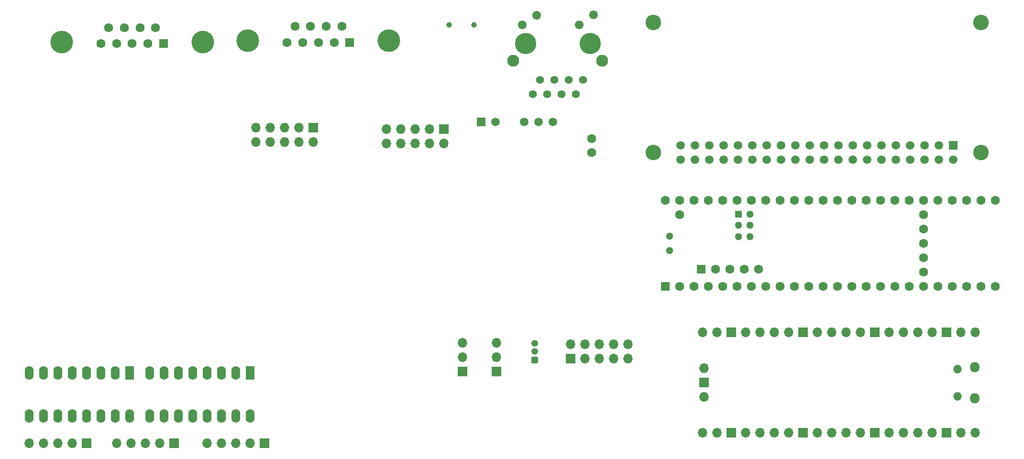
<source format=gbr>
%TF.GenerationSoftware,KiCad,Pcbnew,(5.1.8-0-10_14)*%
%TF.CreationDate,2021-09-27T01:00:10-07:00*%
%TF.ProjectId,baku,62616b75-2e6b-4696-9361-645f70636258,rev?*%
%TF.SameCoordinates,Original*%
%TF.FileFunction,Soldermask,Bot*%
%TF.FilePolarity,Negative*%
%FSLAX46Y46*%
G04 Gerber Fmt 4.6, Leading zero omitted, Abs format (unit mm)*
G04 Created by KiCad (PCBNEW (5.1.8-0-10_14)) date 2021-09-27 01:00:10*
%MOMM*%
%LPD*%
G01*
G04 APERTURE LIST*
%ADD10C,2.750000*%
%ADD11C,1.508000*%
%ADD12R,1.508000X1.508000*%
%ADD13O,1.700000X1.700000*%
%ADD14R,1.700000X1.700000*%
%ADD15C,1.300000*%
%ADD16C,1.600000*%
%ADD17R,1.300000X1.300000*%
%ADD18R,1.600000X1.600000*%
%ADD19C,4.000000*%
%ADD20O,1.600000X2.400000*%
%ADD21R,1.600000X2.400000*%
%ADD22C,2.108200*%
%ADD23C,3.759200*%
%ADD24C,1.549400*%
%ADD25C,1.397000*%
%ADD26O,1.200000X1.200000*%
%ADD27C,1.000000*%
%ADD28O,1.500000X1.500000*%
%ADD29O,1.800000X1.800000*%
%ADD30C,1.500000*%
%ADD31R,1.500000X1.500000*%
G04 APERTURE END LIST*
D10*
%TO.C,A2*%
X175250000Y-90750000D03*
X175250000Y-67750000D03*
X233250000Y-90750000D03*
X233250000Y-67750000D03*
D11*
X180120000Y-92020000D03*
X180120000Y-89480000D03*
X182660000Y-92020000D03*
X182660000Y-89480000D03*
X185200000Y-92020000D03*
X185200000Y-89480000D03*
X187740000Y-92020000D03*
X187740000Y-89480000D03*
X190280000Y-92020000D03*
X190280000Y-89480000D03*
X192820000Y-92020000D03*
X192820000Y-89480000D03*
X195360000Y-92020000D03*
X195360000Y-89480000D03*
X197900000Y-92020000D03*
X197900000Y-89480000D03*
X200440000Y-92020000D03*
X200440000Y-89480000D03*
X202980000Y-92020000D03*
X202980000Y-89480000D03*
X205520000Y-92020000D03*
X205520000Y-89480000D03*
X208060000Y-92020000D03*
X208060000Y-89480000D03*
X210600000Y-92020000D03*
X210600000Y-89480000D03*
X213140000Y-92020000D03*
X213140000Y-89480000D03*
X215680000Y-92020000D03*
X215680000Y-89480000D03*
X218220000Y-92020000D03*
X218220000Y-89480000D03*
X220760000Y-92020000D03*
X220760000Y-89480000D03*
X223300000Y-92020000D03*
X223300000Y-89480000D03*
X225840000Y-92020000D03*
X225840000Y-89480000D03*
X228380000Y-92020000D03*
D12*
X228380000Y-89480000D03*
%TD*%
D13*
%TO.C,J4*%
X141500000Y-124420000D03*
X141500000Y-126960000D03*
D14*
X141500000Y-129500000D03*
%TD*%
D13*
%TO.C,J3*%
X147500000Y-124420000D03*
X147500000Y-126960000D03*
D14*
X147500000Y-129500000D03*
%TD*%
D15*
%TO.C,U5*%
X178123600Y-105562400D03*
X178123600Y-108102400D03*
D16*
X223113600Y-101752400D03*
X223113600Y-104292400D03*
X223113600Y-106832400D03*
X223113600Y-109372400D03*
X223113600Y-111912400D03*
D15*
X190363600Y-105650800D03*
X192363600Y-105650800D03*
X192363600Y-103650800D03*
X190363600Y-103650800D03*
X192363600Y-101650800D03*
D17*
X190363600Y-101650800D03*
D16*
X218033600Y-114452400D03*
X220573600Y-114452400D03*
X223113600Y-114452400D03*
X225653600Y-114452400D03*
X215493600Y-114452400D03*
X212953600Y-114452400D03*
X210413600Y-114452400D03*
X228193600Y-114452400D03*
X230733600Y-114452400D03*
X233273600Y-114452400D03*
X235813600Y-114452400D03*
X235813600Y-99212400D03*
X233273600Y-99212400D03*
X230733600Y-99212400D03*
X228193600Y-99212400D03*
X225653600Y-99212400D03*
X223113600Y-99212400D03*
X220573600Y-99212400D03*
X218033600Y-99212400D03*
X215493600Y-99212400D03*
X212953600Y-99212400D03*
X207873600Y-114452400D03*
X205333600Y-114452400D03*
X202793600Y-114452400D03*
X200253600Y-114452400D03*
X197713600Y-114452400D03*
X195173600Y-114452400D03*
X192633600Y-114452400D03*
X190093600Y-114452400D03*
X187553600Y-114452400D03*
X185013600Y-114452400D03*
X182473600Y-114452400D03*
X179933600Y-114452400D03*
D18*
X177393600Y-114452400D03*
D16*
X210413600Y-99212400D03*
X207873600Y-99212400D03*
X205333600Y-99212400D03*
X202793600Y-99212400D03*
X200253600Y-99212400D03*
X197713600Y-99212400D03*
X195173600Y-99212400D03*
X192633600Y-99212400D03*
X190093600Y-99212400D03*
X187553600Y-99212400D03*
X185013600Y-99212400D03*
X182473600Y-99212400D03*
X179933600Y-99212400D03*
X177393600Y-99212400D03*
D18*
X183692800Y-111401600D03*
D16*
X186232800Y-111401600D03*
X188772800Y-111401600D03*
X191312800Y-111401600D03*
X193852800Y-111401600D03*
X179933600Y-101752400D03*
%TD*%
D13*
%TO.C,J2*%
X170750000Y-124710000D03*
X170750000Y-127250000D03*
X168210000Y-124710000D03*
X168210000Y-127250000D03*
X165670000Y-124710000D03*
X165670000Y-127250000D03*
X163130000Y-124710000D03*
X163130000Y-127250000D03*
X160590000Y-124710000D03*
D14*
X160590000Y-127250000D03*
%TD*%
D13*
%TO.C,J6*%
X104902000Y-88900000D03*
X104902000Y-86360000D03*
X107442000Y-88900000D03*
X107442000Y-86360000D03*
X109982000Y-88900000D03*
X109982000Y-86360000D03*
X112522000Y-88900000D03*
X112522000Y-86360000D03*
X115062000Y-88900000D03*
D14*
X115062000Y-86360000D03*
%TD*%
D13*
%TO.C,J5*%
X128016000Y-89154000D03*
X128016000Y-86614000D03*
X130556000Y-89154000D03*
X130556000Y-86614000D03*
X133096000Y-89154000D03*
X133096000Y-86614000D03*
X135636000Y-89154000D03*
X135636000Y-86614000D03*
X138176000Y-89154000D03*
D14*
X138176000Y-86614000D03*
%TD*%
D19*
%TO.C,JS2*%
X103473600Y-70972400D03*
X128473600Y-70972400D03*
D16*
X111818600Y-68432400D03*
X114588600Y-68432400D03*
X117358600Y-68432400D03*
X120128600Y-68432400D03*
X110433600Y-71272400D03*
X113203600Y-71272400D03*
X115973600Y-71272400D03*
X118743600Y-71272400D03*
D18*
X121513600Y-71272400D03*
%TD*%
D20*
%TO.C,U25*%
X82550000Y-137414000D03*
X64770000Y-129794000D03*
X80010000Y-137414000D03*
X67310000Y-129794000D03*
X77470000Y-137414000D03*
X69850000Y-129794000D03*
X74930000Y-137414000D03*
X72390000Y-129794000D03*
X72390000Y-137414000D03*
X74930000Y-129794000D03*
X69850000Y-137414000D03*
X77470000Y-129794000D03*
X67310000Y-137414000D03*
X80010000Y-129794000D03*
X64770000Y-137414000D03*
D21*
X82550000Y-129794000D03*
%TD*%
D20*
%TO.C,U23*%
X103886000Y-137414000D03*
X86106000Y-129794000D03*
X101346000Y-137414000D03*
X88646000Y-129794000D03*
X98806000Y-137414000D03*
X91186000Y-129794000D03*
X96266000Y-137414000D03*
X93726000Y-129794000D03*
X93726000Y-137414000D03*
X96266000Y-129794000D03*
X91186000Y-137414000D03*
X98806000Y-129794000D03*
X88646000Y-137414000D03*
X101346000Y-129794000D03*
X86106000Y-137414000D03*
D21*
X103886000Y-129794000D03*
%TD*%
D13*
%TO.C,J14*%
X64770000Y-142240000D03*
X67310000Y-142240000D03*
X69850000Y-142240000D03*
X72390000Y-142240000D03*
D14*
X74930000Y-142240000D03*
%TD*%
D13*
%TO.C,J13*%
X80264000Y-142240000D03*
X82804000Y-142240000D03*
X85344000Y-142240000D03*
X87884000Y-142240000D03*
D14*
X90424000Y-142240000D03*
%TD*%
D13*
%TO.C,J9*%
X96266000Y-142214600D03*
X98806000Y-142214600D03*
X101346000Y-142214600D03*
X103886000Y-142214600D03*
D14*
X106426000Y-142214600D03*
%TD*%
D22*
%TO.C,J7*%
X150468602Y-74536410D03*
X166218598Y-74536410D03*
D23*
X152628600Y-71486410D03*
X164058600Y-71486410D03*
D24*
X152018600Y-68126410D03*
X154558600Y-66426410D03*
X162128600Y-68126410D03*
X164668600Y-66406410D03*
D25*
X155168600Y-77856410D03*
X157708600Y-77856410D03*
X160248600Y-77856410D03*
X162788600Y-77856410D03*
X153898600Y-80396410D03*
X156438600Y-80396410D03*
X158978600Y-80396410D03*
X161518600Y-80396410D03*
%TD*%
D16*
%TO.C,C1*%
X164338000Y-88265000D03*
X164338000Y-90765000D03*
%TD*%
%TO.C,J10*%
G36*
G01*
X154673600Y-128100000D02*
X153826400Y-128100000D01*
G75*
G02*
X153650000Y-127923600I0J176400D01*
G01*
X153650000Y-127076400D01*
G75*
G02*
X153826400Y-126900000I176400J0D01*
G01*
X154673600Y-126900000D01*
G75*
G02*
X154850000Y-127076400I0J-176400D01*
G01*
X154850000Y-127923600D01*
G75*
G02*
X154673600Y-128100000I-176400J0D01*
G01*
G37*
D26*
X154250000Y-126000000D03*
X154250000Y-124500000D03*
%TD*%
D27*
%TO.C,J1*%
X139074800Y-68122800D03*
X143474800Y-68122800D03*
%TD*%
D13*
%TO.C,U6*%
X184227600Y-134061200D03*
D14*
X184227600Y-131521200D03*
D13*
X184227600Y-128981200D03*
D28*
X229097600Y-133946200D03*
X229097600Y-129096200D03*
D29*
X232127600Y-134246200D03*
X232127600Y-128796200D03*
D13*
X232257600Y-140411200D03*
X229717600Y-140411200D03*
D14*
X227177600Y-140411200D03*
D13*
X224637600Y-140411200D03*
X222097600Y-140411200D03*
X219557600Y-140411200D03*
X217017600Y-140411200D03*
D14*
X214477600Y-140411200D03*
D13*
X211937600Y-140411200D03*
X209397600Y-140411200D03*
X206857600Y-140411200D03*
X204317600Y-140411200D03*
D14*
X201777600Y-140411200D03*
D13*
X199237600Y-140411200D03*
X196697600Y-140411200D03*
X194157600Y-140411200D03*
X191617600Y-140411200D03*
D14*
X189077600Y-140411200D03*
D13*
X186537600Y-140411200D03*
X183997600Y-140411200D03*
X183997600Y-122631200D03*
X186537600Y-122631200D03*
D14*
X189077600Y-122631200D03*
D13*
X191617600Y-122631200D03*
X194157600Y-122631200D03*
X196697600Y-122631200D03*
X199237600Y-122631200D03*
D14*
X201777600Y-122631200D03*
D13*
X204317600Y-122631200D03*
X206857600Y-122631200D03*
X209397600Y-122631200D03*
X211937600Y-122631200D03*
D14*
X214477600Y-122631200D03*
D13*
X217017600Y-122631200D03*
X219557600Y-122631200D03*
X222097600Y-122631200D03*
X224637600Y-122631200D03*
D14*
X227177600Y-122631200D03*
D13*
X229717600Y-122631200D03*
X232257600Y-122631200D03*
%TD*%
D19*
%TO.C,JS1*%
X70504400Y-71175600D03*
X95504400Y-71175600D03*
D16*
X78849400Y-68635600D03*
X81619400Y-68635600D03*
X84389400Y-68635600D03*
X87159400Y-68635600D03*
X77464400Y-71475600D03*
X80234400Y-71475600D03*
X83004400Y-71475600D03*
X85774400Y-71475600D03*
D18*
X88544400Y-71475600D03*
%TD*%
D30*
%TO.C,U11*%
X157480000Y-85344000D03*
X154940000Y-85344000D03*
X152400000Y-85344000D03*
X147320000Y-85344000D03*
D31*
X144780000Y-85344000D03*
%TD*%
M02*

</source>
